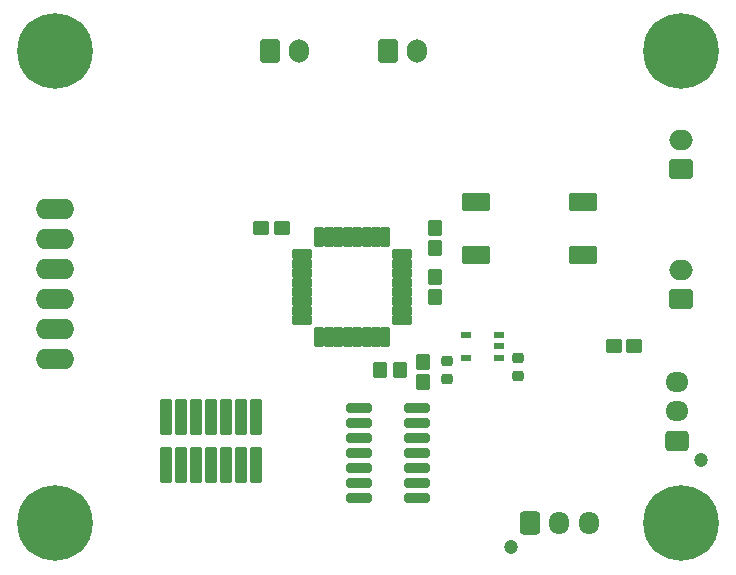
<source format=gbr>
%TF.GenerationSoftware,KiCad,Pcbnew,(6.0.7)*%
%TF.CreationDate,2023-02-14T14:27:57+01:00*%
%TF.ProjectId,WAFFLE,57414646-4c45-42e6-9b69-6361645f7063,rev?*%
%TF.SameCoordinates,Original*%
%TF.FileFunction,Soldermask,Top*%
%TF.FilePolarity,Negative*%
%FSLAX46Y46*%
G04 Gerber Fmt 4.6, Leading zero omitted, Abs format (unit mm)*
G04 Created by KiCad (PCBNEW (6.0.7)) date 2023-02-14 14:27:57*
%MOMM*%
%LPD*%
G01*
G04 APERTURE LIST*
G04 Aperture macros list*
%AMRoundRect*
0 Rectangle with rounded corners*
0 $1 Rounding radius*
0 $2 $3 $4 $5 $6 $7 $8 $9 X,Y pos of 4 corners*
0 Add a 4 corners polygon primitive as box body*
4,1,4,$2,$3,$4,$5,$6,$7,$8,$9,$2,$3,0*
0 Add four circle primitives for the rounded corners*
1,1,$1+$1,$2,$3*
1,1,$1+$1,$4,$5*
1,1,$1+$1,$6,$7*
1,1,$1+$1,$8,$9*
0 Add four rect primitives between the rounded corners*
20,1,$1+$1,$2,$3,$4,$5,0*
20,1,$1+$1,$4,$5,$6,$7,0*
20,1,$1+$1,$6,$7,$8,$9,0*
20,1,$1+$1,$8,$9,$2,$3,0*%
G04 Aperture macros list end*
%ADD10R,0.900000X0.600000*%
%ADD11RoundRect,0.101600X0.737500X0.300000X-0.737500X0.300000X-0.737500X-0.300000X0.737500X-0.300000X0*%
%ADD12RoundRect,0.101600X-0.300000X0.737500X-0.300000X-0.737500X0.300000X-0.737500X0.300000X0.737500X0*%
%ADD13C,1.200000*%
%ADD14RoundRect,0.250000X-0.600000X-0.725000X0.600000X-0.725000X0.600000X0.725000X-0.600000X0.725000X0*%
%ADD15O,1.700000X1.950000*%
%ADD16RoundRect,0.225000X-0.250000X0.225000X-0.250000X-0.225000X0.250000X-0.225000X0.250000X0.225000X0*%
%ADD17RoundRect,0.101600X1.050000X-0.700000X1.050000X0.700000X-1.050000X0.700000X-1.050000X-0.700000X0*%
%ADD18C,6.400000*%
%ADD19C,0.800000*%
%ADD20RoundRect,0.101600X-0.370000X-1.395000X0.370000X-1.395000X0.370000X1.395000X-0.370000X1.395000X0*%
%ADD21O,3.251200X1.727200*%
%ADD22RoundRect,0.250000X0.750000X-0.600000X0.750000X0.600000X-0.750000X0.600000X-0.750000X-0.600000X0*%
%ADD23O,2.000000X1.700000*%
%ADD24RoundRect,0.250000X0.725000X-0.600000X0.725000X0.600000X-0.725000X0.600000X-0.725000X-0.600000X0*%
%ADD25O,1.950000X1.700000*%
%ADD26RoundRect,0.250000X-0.600000X-0.750000X0.600000X-0.750000X0.600000X0.750000X-0.600000X0.750000X0*%
%ADD27O,1.700000X2.000000*%
%ADD28RoundRect,0.101600X0.500000X-0.550000X0.500000X0.550000X-0.500000X0.550000X-0.500000X-0.550000X0*%
%ADD29RoundRect,0.175350X-0.911250X-0.221250X0.911250X-0.221250X0.911250X0.221250X-0.911250X0.221250X0*%
%ADD30RoundRect,0.101600X-0.500000X0.550000X-0.500000X-0.550000X0.500000X-0.550000X0.500000X0.550000X0*%
%ADD31RoundRect,0.101600X-0.500000X-0.550000X0.500000X-0.550000X0.500000X0.550000X-0.500000X0.550000X0*%
%ADD32RoundRect,0.101600X0.550000X0.500000X-0.550000X0.500000X-0.550000X-0.500000X0.550000X-0.500000X0*%
%ADD33RoundRect,0.101600X-0.550000X-0.500000X0.550000X-0.500000X0.550000X0.500000X-0.550000X0.500000X0*%
G04 APERTURE END LIST*
D10*
%TO.C,PS1*%
X183400000Y-99950000D03*
X183400000Y-99000000D03*
X183400000Y-98050000D03*
X180600000Y-98050000D03*
X180600000Y-99950000D03*
%TD*%
D11*
%TO.C,IC1*%
X175238000Y-96800000D03*
X175238000Y-96000000D03*
X175238000Y-95200000D03*
X175238000Y-94400000D03*
X175238000Y-93600000D03*
X175238000Y-92800000D03*
X175238000Y-92000000D03*
X175238000Y-91200000D03*
D12*
X173800000Y-89762000D03*
X173000000Y-89762000D03*
X172200000Y-89762000D03*
X171400000Y-89762000D03*
X170600000Y-89762000D03*
X169800000Y-89762000D03*
X169000000Y-89762000D03*
X168200000Y-89762000D03*
D11*
X166762000Y-91200000D03*
X166762000Y-92000000D03*
X166762000Y-92800000D03*
X166762000Y-93600000D03*
X166762000Y-94400000D03*
X166762000Y-95200000D03*
X166762000Y-96000000D03*
X166762000Y-96800000D03*
D12*
X168200000Y-98238000D03*
X169000000Y-98238000D03*
X169800000Y-98238000D03*
X170600000Y-98238000D03*
X171400000Y-98238000D03*
X172200000Y-98238000D03*
X173000000Y-98238000D03*
X173800000Y-98238000D03*
%TD*%
D13*
%TO.C,J7*%
X184400000Y-116000000D03*
D14*
X186000000Y-114000000D03*
D15*
X188500000Y-114000000D03*
X191000000Y-114000000D03*
%TD*%
D16*
%TO.C,C_entr\u00E9e1*%
X185000000Y-100000000D03*
X185000000Y-101550000D03*
%TD*%
D17*
%TO.C,S1*%
X181450000Y-86750000D03*
X190550000Y-86750000D03*
X181450000Y-91250000D03*
X190550000Y-91250000D03*
%TD*%
D18*
%TO.C,H2*%
X198850000Y-114000000D03*
D19*
X196450000Y-114000000D03*
X197152944Y-115697056D03*
X200547056Y-112302944D03*
X198850000Y-116400000D03*
X200547056Y-115697056D03*
X197152944Y-112302944D03*
X201250000Y-114000000D03*
X198850000Y-111600000D03*
%TD*%
D20*
%TO.C,J2*%
X155190000Y-109035000D03*
X155190000Y-104965000D03*
X156460000Y-109035000D03*
X156460000Y-104965000D03*
X157730000Y-109035000D03*
X157730000Y-104965000D03*
X159000000Y-109035000D03*
X159000000Y-104965000D03*
X160270000Y-109035000D03*
X160270000Y-104965000D03*
X161540000Y-109035000D03*
X161540000Y-104965000D03*
X162810000Y-109035000D03*
X162810000Y-104965000D03*
%TD*%
D19*
%TO.C,H4*%
X143450000Y-114000000D03*
X147547056Y-112302944D03*
X144152944Y-112302944D03*
X145850000Y-116400000D03*
X147547056Y-115697056D03*
X144152944Y-115697056D03*
D18*
X145850000Y-114000000D03*
D19*
X145850000Y-111600000D03*
X148250000Y-114000000D03*
%TD*%
D21*
%TO.C,LEDS1*%
X145850000Y-87380000D03*
X145850000Y-89920000D03*
X145850000Y-92460000D03*
X145850000Y-95000000D03*
X145850000Y-97540000D03*
X145850000Y-100080000D03*
%TD*%
D22*
%TO.C,ALIM1*%
X198850000Y-95000000D03*
D23*
X198850000Y-92500000D03*
%TD*%
D13*
%TO.C,CONN_DMX1*%
X200475000Y-108600000D03*
D24*
X198475000Y-107000000D03*
D25*
X198475000Y-104500000D03*
X198475000Y-102000000D03*
%TD*%
D26*
%TO.C,TEMP1*%
X164000000Y-74000000D03*
D27*
X166500000Y-74000000D03*
%TD*%
D28*
%TO.C,C_VDD1*%
X178000000Y-90700000D03*
X178000000Y-89000000D03*
%TD*%
D16*
%TO.C,C_sortie1*%
X179000000Y-100225000D03*
X179000000Y-101775000D03*
%TD*%
D29*
%TO.C,DMX1*%
X171525000Y-104190000D03*
X171525000Y-105460000D03*
X171525000Y-106730000D03*
X171525000Y-108000000D03*
X171525000Y-109270000D03*
X171525000Y-110540000D03*
X171525000Y-111810000D03*
X176475000Y-111810000D03*
X176475000Y-110540000D03*
X176475000Y-109270000D03*
X176475000Y-108000000D03*
X176475000Y-106730000D03*
X176475000Y-105460000D03*
X176475000Y-104190000D03*
%TD*%
D30*
%TO.C,C_VDDA1*%
X177000000Y-100300000D03*
X177000000Y-102000000D03*
%TD*%
D19*
%TO.C,H1*%
X197152944Y-72302944D03*
X198850000Y-71600000D03*
X198850000Y-76400000D03*
D18*
X198850000Y-74000000D03*
D19*
X200547056Y-75697056D03*
X196450000Y-74000000D03*
X200547056Y-72302944D03*
X197152944Y-75697056D03*
X201250000Y-74000000D03*
%TD*%
D26*
%TO.C,DRIVER_Moteur1*%
X174000000Y-74000000D03*
D27*
X176500000Y-74000000D03*
%TD*%
D30*
%TO.C,C4*%
X178000000Y-93150000D03*
X178000000Y-94850000D03*
%TD*%
D31*
%TO.C,R1*%
X173300000Y-101000000D03*
X175000000Y-101000000D03*
%TD*%
D22*
%TO.C,VENTILO1*%
X198850000Y-84000000D03*
D23*
X198850000Y-81500000D03*
%TD*%
D19*
%TO.C,H3*%
X144152944Y-75697056D03*
X144152944Y-72302944D03*
X147547056Y-72302944D03*
X148250000Y-74000000D03*
X147547056Y-75697056D03*
D18*
X145850000Y-74000000D03*
D19*
X145850000Y-71600000D03*
X145850000Y-76400000D03*
X143450000Y-74000000D03*
%TD*%
D32*
%TO.C,C_VDD2*%
X165000000Y-89000000D03*
X163300000Y-89000000D03*
%TD*%
D33*
%TO.C,C_Decoupl_Connecteur1*%
X193150000Y-99000000D03*
X194850000Y-99000000D03*
%TD*%
M02*

</source>
